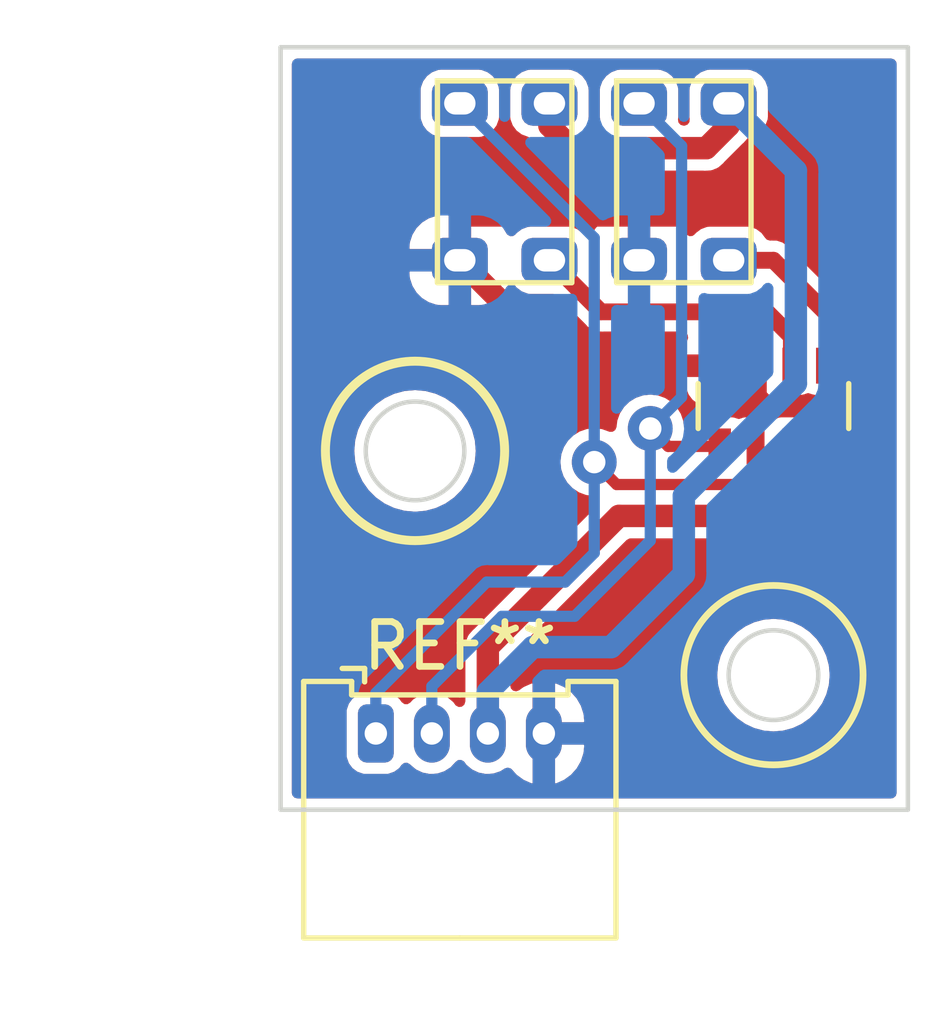
<source format=kicad_pcb>
(kicad_pcb (version 20211014) (generator pcbnew)
  (layers (0 "F.Cu" mixed) (31 "B.Cu" signal) (34 "B.Paste" user) (35 "F.Paste" user) (36 "B.SilkS" user "B.Silkscreen") (37 "F.SilkS" user "F.Silkscreen") (38 "B.Mask" user) (39 "F.Mask" user) (44 "Edge.Cuts" user))
  (net 0 "")
  (net 1 "GND")
  (net 2 "P3v3")
  (net 3 "PA06")
  (net 4 "PA07")
  (net 5 "VLED0")
  (footprint "Resistor_SMD:R_Array_Convex_4x0603" (layer "F.Cu") (at 32.44 22.565 -90)
    (fp_text reference "REF**" hide)
    (fp_text value "R_Array_Convex_4x0603")
    (fp_line (start 0.5 -1.68) (end -0.5 -1.68) (layer "F.SilkS") (width 0.12))
    (fp_line (start 0.5 1.68) (end -0.5 1.68) (layer "F.SilkS") (width 0.12))
    (pad "1" smd rect (at -0.9 -1.2 270) (size 0.8 0.5) (layers "F.Cu" "F.Paste" "F.Mask") (net 5 "VLED0"))
    (pad "2" smd rect (at -0.9 -0.4 270) (size 0.8 0.4) (layers "F.Cu" "F.Paste" "F.Mask") (net 5 "VLED0"))
    (pad "3" smd rect (at -0.9 0.4 270) (size 0.8 0.4) (layers "F.Cu" "F.Paste" "F.Mask") (net 1 "GND"))
    (pad "4" smd rect (at -0.9 1.2 270) (size 0.8 0.5) (layers "F.Cu" "F.Paste" "F.Mask") (net 1 "GND"))
    (pad "5" smd rect (at 0.9 1.2 270) (size 0.8 0.5) (layers "F.Cu" "F.Paste" "F.Mask") (net 4 "PA07"))
    (pad "6" smd rect (at 0.9 0.4 270) (size 0.8 0.4) (layers "F.Cu" "F.Paste" "F.Mask") (net 3 "PA06"))
    (pad "7" smd rect (at 0.9 -0.4 270) (size 0.8 0.4) (layers "F.Cu" "F.Paste" "F.Mask") (net 2 "P3v3"))
    (pad "8" smd rect (at 0.9 -1.2 270) (size 0.8 0.5) (layers "F.Cu" "F.Paste" "F.Mask") (net 2 "P3v3"))
  )
  (footprint "Connector_Molex:Molex_PicoBlade_53048-0410_1x04_P1.25mm_Horizontal" (layer "F.Cu") (at 23.565 29.865)
    (fp_text reference "REF**" (at 1.88 -1.95) (layer "F.SilkS"))
    (fp_text value "PicoBlade_1x04_Horizontal")
    (fp_line (start -1.61 -1.16) (end -1.61 4.56) (layer "F.SilkS") (width 0.12))
    (fp_line (start -0.25 -1.45) (end -0.75 -1.45) (layer "F.SilkS") (width 0.12))
    (fp_line (start -0.54 -0.86) (end -0.54 -1.16) (layer "F.SilkS") (width 0.12))
    (fp_line (start 5.36 -1.16) (end 5.36 4.56) (layer "F.SilkS") (width 0.12))
    (fp_line (start 4.29 -0.86) (end 4.29 -1.16) (layer "F.SilkS") (width 0.12))
    (fp_line (start 4.29 -1.16) (end 5.36 -1.16) (layer "F.SilkS") (width 0.12))
    (fp_line (start -1.61 4.56) (end 1.875 4.56) (layer "F.SilkS") (width 0.12))
    (fp_line (start 1.875 -0.86) (end -0.54 -0.86) (layer "F.SilkS") (width 0.12))
    (fp_line (start 1.875 -0.86) (end 4.29 -0.86) (layer "F.SilkS") (width 0.12))
    (fp_line (start 5.36 4.56) (end 1.875 4.56) (layer "F.SilkS") (width 0.12))
    (fp_line (start -0.54 -1.16) (end -1.61 -1.16) (layer "F.SilkS") (width 0.12))
    (fp_line (start -0.25 -1.15) (end -0.25 -1.45) (layer "F.SilkS") (width 0.12))
    (pad "1" thru_hole roundrect (at 0 0) (size 0.8 1.3) (drill 0.5) (layers *.Cu *.Mask) (net 3 "PA06"))
    (pad "2" thru_hole oval (at 1.25 0) (size 0.8 1.3) (drill 0.5) (layers *.Cu *.Mask) (net 4 "PA07"))
    (pad "3" thru_hole oval (at 2.5 0) (size 0.8 1.3) (drill 0.5) (layers *.Cu *.Mask) (net 2 "P3v3"))
    (pad "4" thru_hole oval (at 3.75 0) (size 0.8 1.3) (drill 0.5) (layers *.Cu *.Mask) (net 1 "GND"))
  )
  (footprint "Xpand:GP1S093HCZ0F" (layer "F.Cu") (at 30.44 17.565)
    (fp_text reference "OPT_INT" hide)
    (fp_text value "GP1S093HCZ0F")
    (fp_rect (start -1.5 -2.25) (end 1.5 2.25) (layer "F.SilkS") (width 0.12) (fill none))
    (pad "1" thru_hole roundrect (at -1 -1.75) (size 1.25 1) (drill oval 0.7 0.5) (layers *.Cu *.Mask) (net 4 "PA07"))
    (pad "2" thru_hole roundrect (at 1 -1.75) (size 1.25 1) (drill oval 0.7 0.5) (layers *.Cu *.Mask) (net 2 "P3v3"))
    (pad "3" thru_hole roundrect (at -1 1.75) (size 1.25 1) (drill oval 0.7 0.5) (layers *.Cu *.Mask) (net 1 "GND"))
    (pad "4" thru_hole roundrect (at 1 1.75) (size 1.25 1) (drill oval 0.7 0.5) (layers *.Cu *.Mask) (net 5 "VLED0"))
  )
  (footprint "Xpand:GP1S093HCZ0F" (layer "F.Cu") (at 26.44 17.565)
    (fp_text reference "OPT_INT" hide)
    (fp_text value "GP1S093HCZ0F")
    (fp_rect (start -1.5 -2.25) (end 1.5 2.25) (layer "F.SilkS") (width 0.12) (fill none))
    (pad "1" thru_hole roundrect (at -1 -1.75) (size 1.25 1) (drill oval 0.7 0.5) (layers *.Cu *.Mask) (net 3 "PA06"))
    (pad "2" thru_hole roundrect (at 1 -1.75) (size 1.25 1) (drill oval 0.7 0.5) (layers *.Cu *.Mask) (net 2 "P3v3"))
    (pad "3" thru_hole roundrect (at -1 1.75) (size 1.25 1) (drill oval 0.7 0.5) (layers *.Cu *.Mask) (net 1 "GND"))
    (pad "4" thru_hole roundrect (at 1 1.75) (size 1.25 1) (drill oval 0.7 0.5) (layers *.Cu *.Mask) (net 5 "VLED0"))
  )
  (gr_circle (center 32.44 28.565) (end 34.44 28.565) (layer "F.SilkS") (width 0.15) (fill none))
  (gr_circle (center 24.44 23.565) (end 26.44 23.565) (layer "F.SilkS") (width 0.2) (fill none))
  (gr_circle (center 24.44 23.565) (end 25.54 23.565) (layer "Edge.Cuts") (width 0.1) (fill none))
  (gr_line (start 21.44 31.565) (end 35.44 31.565) (layer "Edge.Cuts") (width 0.1))
  (gr_line (start 21.44 14.565) (end 21.44 31.565) (layer "Edge.Cuts") (width 0.1))
  (gr_line (start 35.44 14.565) (end 21.44 14.565) (layer "Edge.Cuts") (width 0.1))
  (gr_line (start 35.44 31.565) (end 35.44 14.565) (layer "Edge.Cuts") (width 0.1))
  (gr_circle (center 32.44 28.565) (end 33.44 28.565) (layer "Edge.Cuts") (width 0.1) (fill none))
  (segment (start 32.04 21.665) (end 31.24 21.665) (width 0.5) (layer "F.Cu") (net 1))
  (segment (start 32.44 18.315) (end 29.44 18.315) (width 0.5) (layer "F.Cu") (net 1))
  (segment (start 32.240978 22.565) (end 32.04 22.364022) (width 0.5) (layer "F.Cu") (net 1))
  (segment (start 29.94 25.815) (end 33.19 25.815) (width 0.5) (layer "F.Cu") (net 1))
  (segment (start 32.04 22.364022) (end 32.04 21.665) (width 0.5) (layer "F.Cu") (net 1))
  (segment (start 25.44 18.315) (end 29.44 18.315) (width 0.5) (layer "F.Cu") (net 1))
  (segment (start 34.69 24.315) (end 34.69 23.065) (width 0.5) (layer "F.Cu") (net 1))
  (segment (start 31.24 22.365) (end 31.44 22.565) (width 0.5) (layer "F.Cu") (net 1))
  (segment (start 33.19 25.815) (end 34.69 24.315) (width 0.5) (layer "F.Cu") (net 1))
  (segment (start 29.44 19.315) (end 29.19 19.315) (width 0.25) (layer "F.Cu") (net 1))
  (segment (start 34.69 20.565) (end 32.44 18.315) (width 0.5) (layer "F.Cu") (net 1))
  (segment (start 25.44 19.315) (end 25.44 18.315) (width 0.5) (layer "F.Cu") (net 1))
  (segment (start 34.19 22.565) (end 32.240978 22.565) (width 0.5) (layer "F.Cu") (net 1))
  (segment (start 25.44 19.315) (end 27.79 21.665) (width 0.5) (layer "F.Cu") (net 1))
  (segment (start 27.315 29.865) (end 27.315 28.44) (width 0.5) (layer "F.Cu") (net 1))
  (segment (start 34.69 23.065) (end 34.19 22.565) (width 0.5) (layer "F.Cu") (net 1))
  (segment (start 27.315 28.44) (end 29.94 25.815) (width 0.5) (layer "F.Cu") (net 1))
  (segment (start 29.44 19.315) (end 29.44 18.315) (width 0.5) (layer "F.Cu") (net 1))
  (segment (start 31.44 22.565) (end 32.240978 22.565) (width 0.5) (layer "F.Cu") (net 1))
  (segment (start 31.24 21.665) (end 31.24 22.365) (width 0.5) (layer "F.Cu") (net 1))
  (segment (start 27.79 21.665) (end 31.24 21.665) (width 0.5) (layer "F.Cu") (net 1))
  (segment (start 34.69 23.065) (end 34.69 20.565) (width 0.5) (layer "F.Cu") (net 1))
  (segment (start 31.44 16.315) (end 31.44 15.815) (width 0.5) (layer "F.Cu") (net 2))
  (segment (start 32.84 24.615) (end 33.64 23.815) (width 0.5) (layer "F.Cu") (net 2))
  (segment (start 26.065 27.94) (end 26.065 29.865) (width 0.5) (layer "F.Cu") (net 2))
  (segment (start 27.44 15.815) (end 27.44 16.315) (width 0.5) (layer "F.Cu") (net 2))
  (segment (start 33.64 23.815) (end 33.64 23.465) (width 0.5) (layer "F.Cu") (net 2))
  (segment (start 30.94 16.815) (end 31.44 16.315) (width 0.5) (layer "F.Cu") (net 2))
  (segment (start 32.84 24.615) (end 32.44 25.015) (width 0.5) (layer "F.Cu") (net 2))
  (segment (start 27.44 16.315) (end 27.94 16.815) (width 0.5) (layer "F.Cu") (net 2))
  (segment (start 27.19 26.815) (end 26.065 27.94) (width 0.5) (layer "F.Cu") (net 2))
  (segment (start 32.44 25.015) (end 28.99 25.015) (width 0.5) (layer "F.Cu") (net 2))
  (segment (start 27.94 16.815) (end 30.94 16.815) (width 0.5) (layer "F.Cu") (net 2))
  (segment (start 32.84 24.615) (end 32.84 23.465) (width 0.5) (layer "F.Cu") (net 2))
  (segment (start 28.99 25.015) (end 27.19 26.815) (width 0.5) (layer "F.Cu") (net 2))
  (segment (start 26.065 29.865) (end 26.065 28.94) (width 0.5) (layer "B.Cu") (net 2))
  (segment (start 30.44 26.315) (end 30.44 24.565) (width 0.5) (layer "B.Cu") (net 2))
  (segment (start 28.815 27.94) (end 30.44 26.315) (width 0.5) (layer "B.Cu") (net 2))
  (segment (start 26.065 28.94) (end 27.065 27.94) (width 0.5) (layer "B.Cu") (net 2))
  (segment (start 32.94 22.065) (end 32.94 17.315) (width 0.5) (layer "B.Cu") (net 2))
  (segment (start 27.065 27.94) (end 28.815 27.94) (width 0.5) (layer "B.Cu") (net 2))
  (segment (start 30.44 24.565) (end 32.94 22.065) (width 0.5) (layer "B.Cu") (net 2))
  (segment (start 32.94 17.315) (end 31.44 15.815) (width 0.5) (layer "B.Cu") (net 2))
  (segment (start 32.04 23.465) (end 32.04 24.115) (width 0.25) (layer "F.Cu") (net 3))
  (segment (start 31.84 24.315) (end 28.94 24.315) (width 0.25) (layer "F.Cu") (net 3))
  (segment (start 32.04 24.115) (end 31.84 24.315) (width 0.25) (layer "F.Cu") (net 3))
  (segment (start 28.94 24.315) (end 28.44 23.815) (width 0.25) (layer "F.Cu") (net 3))
  (via (at 28.44 23.815) (size 1) (drill 0.5) (layers "F.Cu" "B.Cu") (net 3))
  (segment (start 28.44 25.84) (end 27.79 26.49) (width 0.25) (layer "B.Cu") (net 3))
  (segment (start 27.79 26.49) (end 26.04 26.49) (width 0.25) (layer "B.Cu") (net 3))
  (segment (start 28.44 23.815) (end 28.44 18.815) (width 0.25) (layer "B.Cu") (net 3))
  (segment (start 25.44 15.815) (end 28.44 18.815) (width 0.25) (layer "B.Cu") (net 3))
  (segment (start 26.04 26.49) (end 23.565 28.965) (width 0.25) (layer "B.Cu") (net 3))
  (segment (start 28.44 23.815) (end 28.44 25.84) (width 0.25) (layer "B.Cu") (net 3))
  (segment (start 23.565 28.965) (end 23.565 29.865) (width 0.25) (layer "B.Cu") (net 3))
  (segment (start 31.24 23.465) (end 30.09 23.465) (width 0.25) (layer "F.Cu") (net 4))
  (segment (start 30.09 23.465) (end 29.69 23.065) (width 0.25) (layer "F.Cu") (net 4))
  (via (at 29.69 23.065) (size 1) (drill 0.5) (layers "F.Cu" "B.Cu") (net 4))
  (segment (start 30.38952 22.36548) (end 29.69 23.065) (width 0.25) (layer "B.Cu") (net 4))
  (segment (start 24.815 28.815) (end 26.3775 27.2525) (width 0.25) (layer "B.Cu") (net 4))
  (segment (start 24.815 29.865) (end 24.815 28.815) (width 0.25) (layer "B.Cu") (net 4))
  (segment (start 30.38952 16.76452) (end 30.38952 22.36548) (width 0.25) (layer "B.Cu") (net 4))
  (segment (start 29.69 25.565) (end 29.69 23.065) (width 0.25) (layer "B.Cu") (net 4))
  (segment (start 26.3775 27.2525) (end 28.0025 27.2525) (width 0.25) (layer "B.Cu") (net 4))
  (segment (start 28.0025 27.2525) (end 29.69 25.565) (width 0.25) (layer "B.Cu") (net 4))
  (segment (start 29.44 15.815) (end 30.38952 16.76452) (width 0.25) (layer "B.Cu") (net 4))
  (segment (start 32.84 21.015) (end 32.29 20.465) (width 0.375) (layer "F.Cu") (net 5))
  (segment (start 32.29 20.465) (end 28.59 20.465) (width 0.375) (layer "F.Cu") (net 5))
  (segment (start 32.44 19.315) (end 33.64 20.515) (width 0.375) (layer "F.Cu") (net 5))
  (segment (start 32.84 21.665) (end 32.84 21.015) (width 0.375) (layer "F.Cu") (net 5))
  (segment (start 31.44 19.315) (end 32.44 19.315) (width 0.375) (layer "F.Cu") (net 5))
  (segment (start 33.64 20.515) (end 33.64 21.665) (width 0.375) (layer "F.Cu") (net 5))
  (segment (start 27.44 19.315) (end 28.59 20.465) (width 0.375) (layer "F.Cu") (net 5))
  (zone (net 1) (net_name "GND") (layers F&B.Cu) (connect_pads (clearance 0.25)) (min_thickness 0.25) (fill yes (thermal_gap 0.5) (thermal_bridge_width 0.5) (island_removal_mode 2) (island_area_min 4))
    (polygon (pts (xy 35.44 31.565) (xy 21.44 31.565) (xy 21.44 14.565) (xy 35.44 14.565)))
  )
)
</source>
